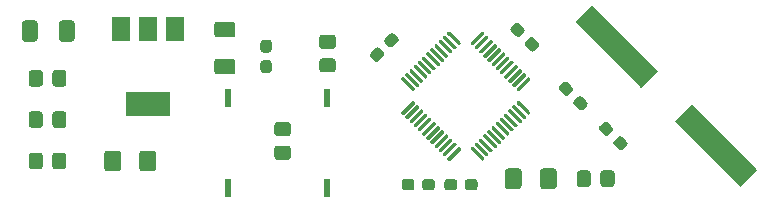
<source format=gtp>
G04 #@! TF.GenerationSoftware,KiCad,Pcbnew,(5.1.10)-1*
G04 #@! TF.CreationDate,2022-03-27T16:46:42+02:00*
G04 #@! TF.ProjectId,LaserAutoSkipper_RX_schematic,4c617365-7241-4757-946f-536b69707065,1*
G04 #@! TF.SameCoordinates,Original*
G04 #@! TF.FileFunction,Paste,Top*
G04 #@! TF.FilePolarity,Positive*
%FSLAX46Y46*%
G04 Gerber Fmt 4.6, Leading zero omitted, Abs format (unit mm)*
G04 Created by KiCad (PCBNEW (5.1.10)-1) date 2022-03-27 16:46:42*
%MOMM*%
%LPD*%
G01*
G04 APERTURE LIST*
%ADD10C,0.152400*%
%ADD11R,1.500000X2.000000*%
%ADD12R,3.800000X2.000000*%
%ADD13R,0.600000X1.500000*%
G04 APERTURE END LIST*
G36*
G01*
X102475736Y-72525484D02*
X101538820Y-73462400D01*
G75*
G02*
X101432754Y-73462400I-53033J53033D01*
G01*
X101326688Y-73356334D01*
G75*
G02*
X101326688Y-73250268I53033J53033D01*
G01*
X102263604Y-72313352D01*
G75*
G02*
X102369670Y-72313352I53033J-53033D01*
G01*
X102475736Y-72419418D01*
G75*
G02*
X102475736Y-72525484I-53033J-53033D01*
G01*
G37*
G36*
G01*
X102122182Y-72171930D02*
X101185266Y-73108846D01*
G75*
G02*
X101079200Y-73108846I-53033J53033D01*
G01*
X100973134Y-73002780D01*
G75*
G02*
X100973134Y-72896714I53033J53033D01*
G01*
X101910050Y-71959798D01*
G75*
G02*
X102016116Y-71959798I53033J-53033D01*
G01*
X102122182Y-72065864D01*
G75*
G02*
X102122182Y-72171930I-53033J-53033D01*
G01*
G37*
G36*
G01*
X101768629Y-71818377D02*
X100831713Y-72755293D01*
G75*
G02*
X100725647Y-72755293I-53033J53033D01*
G01*
X100619581Y-72649227D01*
G75*
G02*
X100619581Y-72543161I53033J53033D01*
G01*
X101556497Y-71606245D01*
G75*
G02*
X101662563Y-71606245I53033J-53033D01*
G01*
X101768629Y-71712311D01*
G75*
G02*
X101768629Y-71818377I-53033J-53033D01*
G01*
G37*
G36*
G01*
X101415075Y-71464823D02*
X100478159Y-72401739D01*
G75*
G02*
X100372093Y-72401739I-53033J53033D01*
G01*
X100266027Y-72295673D01*
G75*
G02*
X100266027Y-72189607I53033J53033D01*
G01*
X101202943Y-71252691D01*
G75*
G02*
X101309009Y-71252691I53033J-53033D01*
G01*
X101415075Y-71358757D01*
G75*
G02*
X101415075Y-71464823I-53033J-53033D01*
G01*
G37*
G36*
G01*
X101061522Y-71111270D02*
X100124606Y-72048186D01*
G75*
G02*
X100018540Y-72048186I-53033J53033D01*
G01*
X99912474Y-71942120D01*
G75*
G02*
X99912474Y-71836054I53033J53033D01*
G01*
X100849390Y-70899138D01*
G75*
G02*
X100955456Y-70899138I53033J-53033D01*
G01*
X101061522Y-71005204D01*
G75*
G02*
X101061522Y-71111270I-53033J-53033D01*
G01*
G37*
G36*
G01*
X100707969Y-70757717D02*
X99771053Y-71694633D01*
G75*
G02*
X99664987Y-71694633I-53033J53033D01*
G01*
X99558921Y-71588567D01*
G75*
G02*
X99558921Y-71482501I53033J53033D01*
G01*
X100495837Y-70545585D01*
G75*
G02*
X100601903Y-70545585I53033J-53033D01*
G01*
X100707969Y-70651651D01*
G75*
G02*
X100707969Y-70757717I-53033J-53033D01*
G01*
G37*
G36*
G01*
X100354415Y-70404163D02*
X99417499Y-71341079D01*
G75*
G02*
X99311433Y-71341079I-53033J53033D01*
G01*
X99205367Y-71235013D01*
G75*
G02*
X99205367Y-71128947I53033J53033D01*
G01*
X100142283Y-70192031D01*
G75*
G02*
X100248349Y-70192031I53033J-53033D01*
G01*
X100354415Y-70298097D01*
G75*
G02*
X100354415Y-70404163I-53033J-53033D01*
G01*
G37*
G36*
G01*
X100000862Y-70050610D02*
X99063946Y-70987526D01*
G75*
G02*
X98957880Y-70987526I-53033J53033D01*
G01*
X98851814Y-70881460D01*
G75*
G02*
X98851814Y-70775394I53033J53033D01*
G01*
X99788730Y-69838478D01*
G75*
G02*
X99894796Y-69838478I53033J-53033D01*
G01*
X100000862Y-69944544D01*
G75*
G02*
X100000862Y-70050610I-53033J-53033D01*
G01*
G37*
G36*
G01*
X99647309Y-69697057D02*
X98710393Y-70633973D01*
G75*
G02*
X98604327Y-70633973I-53033J53033D01*
G01*
X98498261Y-70527907D01*
G75*
G02*
X98498261Y-70421841I53033J53033D01*
G01*
X99435177Y-69484925D01*
G75*
G02*
X99541243Y-69484925I53033J-53033D01*
G01*
X99647309Y-69590991D01*
G75*
G02*
X99647309Y-69697057I-53033J-53033D01*
G01*
G37*
G36*
G01*
X99293755Y-69343503D02*
X98356839Y-70280419D01*
G75*
G02*
X98250773Y-70280419I-53033J53033D01*
G01*
X98144707Y-70174353D01*
G75*
G02*
X98144707Y-70068287I53033J53033D01*
G01*
X99081623Y-69131371D01*
G75*
G02*
X99187689Y-69131371I53033J-53033D01*
G01*
X99293755Y-69237437D01*
G75*
G02*
X99293755Y-69343503I-53033J-53033D01*
G01*
G37*
G36*
G01*
X98940202Y-68989950D02*
X98003286Y-69926866D01*
G75*
G02*
X97897220Y-69926866I-53033J53033D01*
G01*
X97791154Y-69820800D01*
G75*
G02*
X97791154Y-69714734I53033J53033D01*
G01*
X98728070Y-68777818D01*
G75*
G02*
X98834136Y-68777818I53033J-53033D01*
G01*
X98940202Y-68883884D01*
G75*
G02*
X98940202Y-68989950I-53033J-53033D01*
G01*
G37*
G36*
G01*
X98586648Y-68636396D02*
X97649732Y-69573312D01*
G75*
G02*
X97543666Y-69573312I-53033J53033D01*
G01*
X97437600Y-69467246D01*
G75*
G02*
X97437600Y-69361180I53033J53033D01*
G01*
X98374516Y-68424264D01*
G75*
G02*
X98480582Y-68424264I53033J-53033D01*
G01*
X98586648Y-68530330D01*
G75*
G02*
X98586648Y-68636396I-53033J-53033D01*
G01*
G37*
G36*
G01*
X98586648Y-67469670D02*
X98480582Y-67575736D01*
G75*
G02*
X98374516Y-67575736I-53033J53033D01*
G01*
X97437600Y-66638820D01*
G75*
G02*
X97437600Y-66532754I53033J53033D01*
G01*
X97543666Y-66426688D01*
G75*
G02*
X97649732Y-66426688I53033J-53033D01*
G01*
X98586648Y-67363604D01*
G75*
G02*
X98586648Y-67469670I-53033J-53033D01*
G01*
G37*
G36*
G01*
X98940202Y-67116116D02*
X98834136Y-67222182D01*
G75*
G02*
X98728070Y-67222182I-53033J53033D01*
G01*
X97791154Y-66285266D01*
G75*
G02*
X97791154Y-66179200I53033J53033D01*
G01*
X97897220Y-66073134D01*
G75*
G02*
X98003286Y-66073134I53033J-53033D01*
G01*
X98940202Y-67010050D01*
G75*
G02*
X98940202Y-67116116I-53033J-53033D01*
G01*
G37*
G36*
G01*
X99293755Y-66762563D02*
X99187689Y-66868629D01*
G75*
G02*
X99081623Y-66868629I-53033J53033D01*
G01*
X98144707Y-65931713D01*
G75*
G02*
X98144707Y-65825647I53033J53033D01*
G01*
X98250773Y-65719581D01*
G75*
G02*
X98356839Y-65719581I53033J-53033D01*
G01*
X99293755Y-66656497D01*
G75*
G02*
X99293755Y-66762563I-53033J-53033D01*
G01*
G37*
G36*
G01*
X99647309Y-66409009D02*
X99541243Y-66515075D01*
G75*
G02*
X99435177Y-66515075I-53033J53033D01*
G01*
X98498261Y-65578159D01*
G75*
G02*
X98498261Y-65472093I53033J53033D01*
G01*
X98604327Y-65366027D01*
G75*
G02*
X98710393Y-65366027I53033J-53033D01*
G01*
X99647309Y-66302943D01*
G75*
G02*
X99647309Y-66409009I-53033J-53033D01*
G01*
G37*
G36*
G01*
X100000862Y-66055456D02*
X99894796Y-66161522D01*
G75*
G02*
X99788730Y-66161522I-53033J53033D01*
G01*
X98851814Y-65224606D01*
G75*
G02*
X98851814Y-65118540I53033J53033D01*
G01*
X98957880Y-65012474D01*
G75*
G02*
X99063946Y-65012474I53033J-53033D01*
G01*
X100000862Y-65949390D01*
G75*
G02*
X100000862Y-66055456I-53033J-53033D01*
G01*
G37*
G36*
G01*
X100354415Y-65701903D02*
X100248349Y-65807969D01*
G75*
G02*
X100142283Y-65807969I-53033J53033D01*
G01*
X99205367Y-64871053D01*
G75*
G02*
X99205367Y-64764987I53033J53033D01*
G01*
X99311433Y-64658921D01*
G75*
G02*
X99417499Y-64658921I53033J-53033D01*
G01*
X100354415Y-65595837D01*
G75*
G02*
X100354415Y-65701903I-53033J-53033D01*
G01*
G37*
G36*
G01*
X100707969Y-65348349D02*
X100601903Y-65454415D01*
G75*
G02*
X100495837Y-65454415I-53033J53033D01*
G01*
X99558921Y-64517499D01*
G75*
G02*
X99558921Y-64411433I53033J53033D01*
G01*
X99664987Y-64305367D01*
G75*
G02*
X99771053Y-64305367I53033J-53033D01*
G01*
X100707969Y-65242283D01*
G75*
G02*
X100707969Y-65348349I-53033J-53033D01*
G01*
G37*
G36*
G01*
X101061522Y-64994796D02*
X100955456Y-65100862D01*
G75*
G02*
X100849390Y-65100862I-53033J53033D01*
G01*
X99912474Y-64163946D01*
G75*
G02*
X99912474Y-64057880I53033J53033D01*
G01*
X100018540Y-63951814D01*
G75*
G02*
X100124606Y-63951814I53033J-53033D01*
G01*
X101061522Y-64888730D01*
G75*
G02*
X101061522Y-64994796I-53033J-53033D01*
G01*
G37*
G36*
G01*
X101415075Y-64641243D02*
X101309009Y-64747309D01*
G75*
G02*
X101202943Y-64747309I-53033J53033D01*
G01*
X100266027Y-63810393D01*
G75*
G02*
X100266027Y-63704327I53033J53033D01*
G01*
X100372093Y-63598261D01*
G75*
G02*
X100478159Y-63598261I53033J-53033D01*
G01*
X101415075Y-64535177D01*
G75*
G02*
X101415075Y-64641243I-53033J-53033D01*
G01*
G37*
G36*
G01*
X101768629Y-64287689D02*
X101662563Y-64393755D01*
G75*
G02*
X101556497Y-64393755I-53033J53033D01*
G01*
X100619581Y-63456839D01*
G75*
G02*
X100619581Y-63350773I53033J53033D01*
G01*
X100725647Y-63244707D01*
G75*
G02*
X100831713Y-63244707I53033J-53033D01*
G01*
X101768629Y-64181623D01*
G75*
G02*
X101768629Y-64287689I-53033J-53033D01*
G01*
G37*
G36*
G01*
X102122182Y-63934136D02*
X102016116Y-64040202D01*
G75*
G02*
X101910050Y-64040202I-53033J53033D01*
G01*
X100973134Y-63103286D01*
G75*
G02*
X100973134Y-62997220I53033J53033D01*
G01*
X101079200Y-62891154D01*
G75*
G02*
X101185266Y-62891154I53033J-53033D01*
G01*
X102122182Y-63828070D01*
G75*
G02*
X102122182Y-63934136I-53033J-53033D01*
G01*
G37*
G36*
G01*
X102475736Y-63580582D02*
X102369670Y-63686648D01*
G75*
G02*
X102263604Y-63686648I-53033J53033D01*
G01*
X101326688Y-62749732D01*
G75*
G02*
X101326688Y-62643666I53033J53033D01*
G01*
X101432754Y-62537600D01*
G75*
G02*
X101538820Y-62537600I53033J-53033D01*
G01*
X102475736Y-63474516D01*
G75*
G02*
X102475736Y-63580582I-53033J-53033D01*
G01*
G37*
G36*
G01*
X104473312Y-62749732D02*
X103536396Y-63686648D01*
G75*
G02*
X103430330Y-63686648I-53033J53033D01*
G01*
X103324264Y-63580582D01*
G75*
G02*
X103324264Y-63474516I53033J53033D01*
G01*
X104261180Y-62537600D01*
G75*
G02*
X104367246Y-62537600I53033J-53033D01*
G01*
X104473312Y-62643666D01*
G75*
G02*
X104473312Y-62749732I-53033J-53033D01*
G01*
G37*
G36*
G01*
X104826866Y-63103286D02*
X103889950Y-64040202D01*
G75*
G02*
X103783884Y-64040202I-53033J53033D01*
G01*
X103677818Y-63934136D01*
G75*
G02*
X103677818Y-63828070I53033J53033D01*
G01*
X104614734Y-62891154D01*
G75*
G02*
X104720800Y-62891154I53033J-53033D01*
G01*
X104826866Y-62997220D01*
G75*
G02*
X104826866Y-63103286I-53033J-53033D01*
G01*
G37*
G36*
G01*
X105180419Y-63456839D02*
X104243503Y-64393755D01*
G75*
G02*
X104137437Y-64393755I-53033J53033D01*
G01*
X104031371Y-64287689D01*
G75*
G02*
X104031371Y-64181623I53033J53033D01*
G01*
X104968287Y-63244707D01*
G75*
G02*
X105074353Y-63244707I53033J-53033D01*
G01*
X105180419Y-63350773D01*
G75*
G02*
X105180419Y-63456839I-53033J-53033D01*
G01*
G37*
G36*
G01*
X105533973Y-63810393D02*
X104597057Y-64747309D01*
G75*
G02*
X104490991Y-64747309I-53033J53033D01*
G01*
X104384925Y-64641243D01*
G75*
G02*
X104384925Y-64535177I53033J53033D01*
G01*
X105321841Y-63598261D01*
G75*
G02*
X105427907Y-63598261I53033J-53033D01*
G01*
X105533973Y-63704327D01*
G75*
G02*
X105533973Y-63810393I-53033J-53033D01*
G01*
G37*
G36*
G01*
X105887526Y-64163946D02*
X104950610Y-65100862D01*
G75*
G02*
X104844544Y-65100862I-53033J53033D01*
G01*
X104738478Y-64994796D01*
G75*
G02*
X104738478Y-64888730I53033J53033D01*
G01*
X105675394Y-63951814D01*
G75*
G02*
X105781460Y-63951814I53033J-53033D01*
G01*
X105887526Y-64057880D01*
G75*
G02*
X105887526Y-64163946I-53033J-53033D01*
G01*
G37*
G36*
G01*
X106241079Y-64517499D02*
X105304163Y-65454415D01*
G75*
G02*
X105198097Y-65454415I-53033J53033D01*
G01*
X105092031Y-65348349D01*
G75*
G02*
X105092031Y-65242283I53033J53033D01*
G01*
X106028947Y-64305367D01*
G75*
G02*
X106135013Y-64305367I53033J-53033D01*
G01*
X106241079Y-64411433D01*
G75*
G02*
X106241079Y-64517499I-53033J-53033D01*
G01*
G37*
G36*
G01*
X106594633Y-64871053D02*
X105657717Y-65807969D01*
G75*
G02*
X105551651Y-65807969I-53033J53033D01*
G01*
X105445585Y-65701903D01*
G75*
G02*
X105445585Y-65595837I53033J53033D01*
G01*
X106382501Y-64658921D01*
G75*
G02*
X106488567Y-64658921I53033J-53033D01*
G01*
X106594633Y-64764987D01*
G75*
G02*
X106594633Y-64871053I-53033J-53033D01*
G01*
G37*
G36*
G01*
X106948186Y-65224606D02*
X106011270Y-66161522D01*
G75*
G02*
X105905204Y-66161522I-53033J53033D01*
G01*
X105799138Y-66055456D01*
G75*
G02*
X105799138Y-65949390I53033J53033D01*
G01*
X106736054Y-65012474D01*
G75*
G02*
X106842120Y-65012474I53033J-53033D01*
G01*
X106948186Y-65118540D01*
G75*
G02*
X106948186Y-65224606I-53033J-53033D01*
G01*
G37*
G36*
G01*
X107301739Y-65578159D02*
X106364823Y-66515075D01*
G75*
G02*
X106258757Y-66515075I-53033J53033D01*
G01*
X106152691Y-66409009D01*
G75*
G02*
X106152691Y-66302943I53033J53033D01*
G01*
X107089607Y-65366027D01*
G75*
G02*
X107195673Y-65366027I53033J-53033D01*
G01*
X107301739Y-65472093D01*
G75*
G02*
X107301739Y-65578159I-53033J-53033D01*
G01*
G37*
G36*
G01*
X107655293Y-65931713D02*
X106718377Y-66868629D01*
G75*
G02*
X106612311Y-66868629I-53033J53033D01*
G01*
X106506245Y-66762563D01*
G75*
G02*
X106506245Y-66656497I53033J53033D01*
G01*
X107443161Y-65719581D01*
G75*
G02*
X107549227Y-65719581I53033J-53033D01*
G01*
X107655293Y-65825647D01*
G75*
G02*
X107655293Y-65931713I-53033J-53033D01*
G01*
G37*
G36*
G01*
X108008846Y-66285266D02*
X107071930Y-67222182D01*
G75*
G02*
X106965864Y-67222182I-53033J53033D01*
G01*
X106859798Y-67116116D01*
G75*
G02*
X106859798Y-67010050I53033J53033D01*
G01*
X107796714Y-66073134D01*
G75*
G02*
X107902780Y-66073134I53033J-53033D01*
G01*
X108008846Y-66179200D01*
G75*
G02*
X108008846Y-66285266I-53033J-53033D01*
G01*
G37*
G36*
G01*
X108362400Y-66638820D02*
X107425484Y-67575736D01*
G75*
G02*
X107319418Y-67575736I-53033J53033D01*
G01*
X107213352Y-67469670D01*
G75*
G02*
X107213352Y-67363604I53033J53033D01*
G01*
X108150268Y-66426688D01*
G75*
G02*
X108256334Y-66426688I53033J-53033D01*
G01*
X108362400Y-66532754D01*
G75*
G02*
X108362400Y-66638820I-53033J-53033D01*
G01*
G37*
G36*
G01*
X108362400Y-69467246D02*
X108256334Y-69573312D01*
G75*
G02*
X108150268Y-69573312I-53033J53033D01*
G01*
X107213352Y-68636396D01*
G75*
G02*
X107213352Y-68530330I53033J53033D01*
G01*
X107319418Y-68424264D01*
G75*
G02*
X107425484Y-68424264I53033J-53033D01*
G01*
X108362400Y-69361180D01*
G75*
G02*
X108362400Y-69467246I-53033J-53033D01*
G01*
G37*
G36*
G01*
X108008846Y-69820800D02*
X107902780Y-69926866D01*
G75*
G02*
X107796714Y-69926866I-53033J53033D01*
G01*
X106859798Y-68989950D01*
G75*
G02*
X106859798Y-68883884I53033J53033D01*
G01*
X106965864Y-68777818D01*
G75*
G02*
X107071930Y-68777818I53033J-53033D01*
G01*
X108008846Y-69714734D01*
G75*
G02*
X108008846Y-69820800I-53033J-53033D01*
G01*
G37*
G36*
G01*
X107655293Y-70174353D02*
X107549227Y-70280419D01*
G75*
G02*
X107443161Y-70280419I-53033J53033D01*
G01*
X106506245Y-69343503D01*
G75*
G02*
X106506245Y-69237437I53033J53033D01*
G01*
X106612311Y-69131371D01*
G75*
G02*
X106718377Y-69131371I53033J-53033D01*
G01*
X107655293Y-70068287D01*
G75*
G02*
X107655293Y-70174353I-53033J-53033D01*
G01*
G37*
G36*
G01*
X107301739Y-70527907D02*
X107195673Y-70633973D01*
G75*
G02*
X107089607Y-70633973I-53033J53033D01*
G01*
X106152691Y-69697057D01*
G75*
G02*
X106152691Y-69590991I53033J53033D01*
G01*
X106258757Y-69484925D01*
G75*
G02*
X106364823Y-69484925I53033J-53033D01*
G01*
X107301739Y-70421841D01*
G75*
G02*
X107301739Y-70527907I-53033J-53033D01*
G01*
G37*
G36*
G01*
X106948186Y-70881460D02*
X106842120Y-70987526D01*
G75*
G02*
X106736054Y-70987526I-53033J53033D01*
G01*
X105799138Y-70050610D01*
G75*
G02*
X105799138Y-69944544I53033J53033D01*
G01*
X105905204Y-69838478D01*
G75*
G02*
X106011270Y-69838478I53033J-53033D01*
G01*
X106948186Y-70775394D01*
G75*
G02*
X106948186Y-70881460I-53033J-53033D01*
G01*
G37*
G36*
G01*
X106594633Y-71235013D02*
X106488567Y-71341079D01*
G75*
G02*
X106382501Y-71341079I-53033J53033D01*
G01*
X105445585Y-70404163D01*
G75*
G02*
X105445585Y-70298097I53033J53033D01*
G01*
X105551651Y-70192031D01*
G75*
G02*
X105657717Y-70192031I53033J-53033D01*
G01*
X106594633Y-71128947D01*
G75*
G02*
X106594633Y-71235013I-53033J-53033D01*
G01*
G37*
G36*
G01*
X106241079Y-71588567D02*
X106135013Y-71694633D01*
G75*
G02*
X106028947Y-71694633I-53033J53033D01*
G01*
X105092031Y-70757717D01*
G75*
G02*
X105092031Y-70651651I53033J53033D01*
G01*
X105198097Y-70545585D01*
G75*
G02*
X105304163Y-70545585I53033J-53033D01*
G01*
X106241079Y-71482501D01*
G75*
G02*
X106241079Y-71588567I-53033J-53033D01*
G01*
G37*
G36*
G01*
X105887526Y-71942120D02*
X105781460Y-72048186D01*
G75*
G02*
X105675394Y-72048186I-53033J53033D01*
G01*
X104738478Y-71111270D01*
G75*
G02*
X104738478Y-71005204I53033J53033D01*
G01*
X104844544Y-70899138D01*
G75*
G02*
X104950610Y-70899138I53033J-53033D01*
G01*
X105887526Y-71836054D01*
G75*
G02*
X105887526Y-71942120I-53033J-53033D01*
G01*
G37*
G36*
G01*
X105533973Y-72295673D02*
X105427907Y-72401739D01*
G75*
G02*
X105321841Y-72401739I-53033J53033D01*
G01*
X104384925Y-71464823D01*
G75*
G02*
X104384925Y-71358757I53033J53033D01*
G01*
X104490991Y-71252691D01*
G75*
G02*
X104597057Y-71252691I53033J-53033D01*
G01*
X105533973Y-72189607D01*
G75*
G02*
X105533973Y-72295673I-53033J-53033D01*
G01*
G37*
G36*
G01*
X105180419Y-72649227D02*
X105074353Y-72755293D01*
G75*
G02*
X104968287Y-72755293I-53033J53033D01*
G01*
X104031371Y-71818377D01*
G75*
G02*
X104031371Y-71712311I53033J53033D01*
G01*
X104137437Y-71606245D01*
G75*
G02*
X104243503Y-71606245I53033J-53033D01*
G01*
X105180419Y-72543161D01*
G75*
G02*
X105180419Y-72649227I-53033J-53033D01*
G01*
G37*
G36*
G01*
X104826866Y-73002780D02*
X104720800Y-73108846D01*
G75*
G02*
X104614734Y-73108846I-53033J53033D01*
G01*
X103677818Y-72171930D01*
G75*
G02*
X103677818Y-72065864I53033J53033D01*
G01*
X103783884Y-71959798D01*
G75*
G02*
X103889950Y-71959798I53033J-53033D01*
G01*
X104826866Y-72896714D01*
G75*
G02*
X104826866Y-73002780I-53033J-53033D01*
G01*
G37*
G36*
G01*
X104473312Y-73356334D02*
X104367246Y-73462400D01*
G75*
G02*
X104261180Y-73462400I-53033J53033D01*
G01*
X103324264Y-72525484D01*
G75*
G02*
X103324264Y-72419418I53033J53033D01*
G01*
X103430330Y-72313352D01*
G75*
G02*
X103536396Y-72313352I53033J-53033D01*
G01*
X104473312Y-73250268D01*
G75*
G02*
X104473312Y-73356334I-53033J-53033D01*
G01*
G37*
G36*
G01*
X75275000Y-74125000D02*
X75275000Y-72875000D01*
G75*
G02*
X75525000Y-72625000I250000J0D01*
G01*
X76450000Y-72625000D01*
G75*
G02*
X76700000Y-72875000I0J-250000D01*
G01*
X76700000Y-74125000D01*
G75*
G02*
X76450000Y-74375000I-250000J0D01*
G01*
X75525000Y-74375000D01*
G75*
G02*
X75275000Y-74125000I0J250000D01*
G01*
G37*
G36*
G01*
X72300000Y-74125000D02*
X72300000Y-72875000D01*
G75*
G02*
X72550000Y-72625000I250000J0D01*
G01*
X73475000Y-72625000D01*
G75*
G02*
X73725000Y-72875000I0J-250000D01*
G01*
X73725000Y-74125000D01*
G75*
G02*
X73475000Y-74375000I-250000J0D01*
G01*
X72550000Y-74375000D01*
G75*
G02*
X72300000Y-74125000I0J250000D01*
G01*
G37*
G36*
G01*
X107637500Y-74375000D02*
X107637500Y-75625000D01*
G75*
G02*
X107387500Y-75875000I-250000J0D01*
G01*
X106462500Y-75875000D01*
G75*
G02*
X106212500Y-75625000I0J250000D01*
G01*
X106212500Y-74375000D01*
G75*
G02*
X106462500Y-74125000I250000J0D01*
G01*
X107387500Y-74125000D01*
G75*
G02*
X107637500Y-74375000I0J-250000D01*
G01*
G37*
G36*
G01*
X110612500Y-74375000D02*
X110612500Y-75625000D01*
G75*
G02*
X110362500Y-75875000I-250000J0D01*
G01*
X109437500Y-75875000D01*
G75*
G02*
X109187500Y-75625000I0J250000D01*
G01*
X109187500Y-74375000D01*
G75*
G02*
X109437500Y-74125000I250000J0D01*
G01*
X110362500Y-74125000D01*
G75*
G02*
X110612500Y-74375000I0J-250000D01*
G01*
G37*
G36*
G01*
X67100000Y-73049999D02*
X67100000Y-73950001D01*
G75*
G02*
X66850001Y-74200000I-249999J0D01*
G01*
X66149999Y-74200000D01*
G75*
G02*
X65900000Y-73950001I0J249999D01*
G01*
X65900000Y-73049999D01*
G75*
G02*
X66149999Y-72800000I249999J0D01*
G01*
X66850001Y-72800000D01*
G75*
G02*
X67100000Y-73049999I0J-249999D01*
G01*
G37*
G36*
G01*
X69100000Y-73049999D02*
X69100000Y-73950001D01*
G75*
G02*
X68850001Y-74200000I-249999J0D01*
G01*
X68149999Y-74200000D01*
G75*
G02*
X67900000Y-73950001I0J249999D01*
G01*
X67900000Y-73049999D01*
G75*
G02*
X68149999Y-72800000I249999J0D01*
G01*
X68850001Y-72800000D01*
G75*
G02*
X69100000Y-73049999I0J-249999D01*
G01*
G37*
D10*
G36*
X119192893Y-65878679D02*
G01*
X117778679Y-67292893D01*
X112210213Y-61724427D01*
X113624427Y-60310213D01*
X119192893Y-65878679D01*
G37*
G36*
X127589787Y-74275573D02*
G01*
X126175573Y-75689787D01*
X120607107Y-70121321D01*
X122021321Y-68707107D01*
X127589787Y-74275573D01*
G37*
D11*
X78300000Y-62350000D03*
X73700000Y-62350000D03*
X76000000Y-62350000D03*
D12*
X76000000Y-68650000D03*
D13*
X82750000Y-75825000D03*
X82750000Y-68175000D03*
X91150000Y-75825000D03*
X91150000Y-68175000D03*
G36*
G01*
X90749999Y-64800000D02*
X91650001Y-64800000D01*
G75*
G02*
X91900000Y-65049999I0J-249999D01*
G01*
X91900000Y-65750001D01*
G75*
G02*
X91650001Y-66000000I-249999J0D01*
G01*
X90749999Y-66000000D01*
G75*
G02*
X90500000Y-65750001I0J249999D01*
G01*
X90500000Y-65049999D01*
G75*
G02*
X90749999Y-64800000I249999J0D01*
G01*
G37*
G36*
G01*
X90749999Y-62800000D02*
X91650001Y-62800000D01*
G75*
G02*
X91900000Y-63049999I0J-249999D01*
G01*
X91900000Y-63750001D01*
G75*
G02*
X91650001Y-64000000I-249999J0D01*
G01*
X90749999Y-64000000D01*
G75*
G02*
X90500000Y-63750001I0J249999D01*
G01*
X90500000Y-63049999D01*
G75*
G02*
X90749999Y-62800000I249999J0D01*
G01*
G37*
G36*
G01*
X114300000Y-75450001D02*
X114300000Y-74549999D01*
G75*
G02*
X114549999Y-74300000I249999J0D01*
G01*
X115250001Y-74300000D01*
G75*
G02*
X115500000Y-74549999I0J-249999D01*
G01*
X115500000Y-75450001D01*
G75*
G02*
X115250001Y-75700000I-249999J0D01*
G01*
X114549999Y-75700000D01*
G75*
G02*
X114300000Y-75450001I0J249999D01*
G01*
G37*
G36*
G01*
X112300000Y-75450001D02*
X112300000Y-74549999D01*
G75*
G02*
X112549999Y-74300000I249999J0D01*
G01*
X113250001Y-74300000D01*
G75*
G02*
X113500000Y-74549999I0J-249999D01*
G01*
X113500000Y-75450001D01*
G75*
G02*
X113250001Y-75700000I-249999J0D01*
G01*
X112549999Y-75700000D01*
G75*
G02*
X112300000Y-75450001I0J249999D01*
G01*
G37*
G36*
G01*
X87850001Y-71400000D02*
X86949999Y-71400000D01*
G75*
G02*
X86700000Y-71150001I0J249999D01*
G01*
X86700000Y-70449999D01*
G75*
G02*
X86949999Y-70200000I249999J0D01*
G01*
X87850001Y-70200000D01*
G75*
G02*
X88100000Y-70449999I0J-249999D01*
G01*
X88100000Y-71150001D01*
G75*
G02*
X87850001Y-71400000I-249999J0D01*
G01*
G37*
G36*
G01*
X87850001Y-73400000D02*
X86949999Y-73400000D01*
G75*
G02*
X86700000Y-73150001I0J249999D01*
G01*
X86700000Y-72449999D01*
G75*
G02*
X86949999Y-72200000I249999J0D01*
G01*
X87850001Y-72200000D01*
G75*
G02*
X88100000Y-72449999I0J-249999D01*
G01*
X88100000Y-73150001D01*
G75*
G02*
X87850001Y-73400000I-249999J0D01*
G01*
G37*
G36*
G01*
X67100000Y-66049999D02*
X67100000Y-66950001D01*
G75*
G02*
X66850001Y-67200000I-249999J0D01*
G01*
X66149999Y-67200000D01*
G75*
G02*
X65900000Y-66950001I0J249999D01*
G01*
X65900000Y-66049999D01*
G75*
G02*
X66149999Y-65800000I249999J0D01*
G01*
X66850001Y-65800000D01*
G75*
G02*
X67100000Y-66049999I0J-249999D01*
G01*
G37*
G36*
G01*
X69100000Y-66049999D02*
X69100000Y-66950001D01*
G75*
G02*
X68850001Y-67200000I-249999J0D01*
G01*
X68149999Y-67200000D01*
G75*
G02*
X67900000Y-66950001I0J249999D01*
G01*
X67900000Y-66049999D01*
G75*
G02*
X68149999Y-65800000I249999J0D01*
G01*
X68850001Y-65800000D01*
G75*
G02*
X69100000Y-66049999I0J-249999D01*
G01*
G37*
G36*
G01*
X67100000Y-69549999D02*
X67100000Y-70450001D01*
G75*
G02*
X66850001Y-70700000I-249999J0D01*
G01*
X66149999Y-70700000D01*
G75*
G02*
X65900000Y-70450001I0J249999D01*
G01*
X65900000Y-69549999D01*
G75*
G02*
X66149999Y-69300000I249999J0D01*
G01*
X66850001Y-69300000D01*
G75*
G02*
X67100000Y-69549999I0J-249999D01*
G01*
G37*
G36*
G01*
X69100000Y-69549999D02*
X69100000Y-70450001D01*
G75*
G02*
X68850001Y-70700000I-249999J0D01*
G01*
X68149999Y-70700000D01*
G75*
G02*
X67900000Y-70450001I0J249999D01*
G01*
X67900000Y-69549999D01*
G75*
G02*
X68149999Y-69300000I249999J0D01*
G01*
X68850001Y-69300000D01*
G75*
G02*
X69100000Y-69549999I0J-249999D01*
G01*
G37*
G36*
G01*
X111938128Y-67602252D02*
X111602252Y-67938128D01*
G75*
G02*
X111266376Y-67938128I-167938J167938D01*
G01*
X110842112Y-67513864D01*
G75*
G02*
X110842112Y-67177988I167938J167938D01*
G01*
X111177988Y-66842112D01*
G75*
G02*
X111513864Y-66842112I167938J-167938D01*
G01*
X111938128Y-67266376D01*
G75*
G02*
X111938128Y-67602252I-167938J-167938D01*
G01*
G37*
G36*
G01*
X113157888Y-68822012D02*
X112822012Y-69157888D01*
G75*
G02*
X112486136Y-69157888I-167938J167938D01*
G01*
X112061872Y-68733624D01*
G75*
G02*
X112061872Y-68397748I167938J167938D01*
G01*
X112397748Y-68061872D01*
G75*
G02*
X112733624Y-68061872I167938J-167938D01*
G01*
X113157888Y-68486136D01*
G75*
G02*
X113157888Y-68822012I-167938J-167938D01*
G01*
G37*
G36*
G01*
X115451992Y-71787868D02*
X115787868Y-71451992D01*
G75*
G02*
X116123744Y-71451992I167938J-167938D01*
G01*
X116548008Y-71876256D01*
G75*
G02*
X116548008Y-72212132I-167938J-167938D01*
G01*
X116212132Y-72548008D01*
G75*
G02*
X115876256Y-72548008I-167938J167938D01*
G01*
X115451992Y-72123744D01*
G75*
G02*
X115451992Y-71787868I167938J167938D01*
G01*
G37*
G36*
G01*
X114232232Y-70568108D02*
X114568108Y-70232232D01*
G75*
G02*
X114903984Y-70232232I167938J-167938D01*
G01*
X115328248Y-70656496D01*
G75*
G02*
X115328248Y-70992372I-167938J-167938D01*
G01*
X114992372Y-71328248D01*
G75*
G02*
X114656496Y-71328248I-167938J167938D01*
G01*
X114232232Y-70903984D01*
G75*
G02*
X114232232Y-70568108I167938J167938D01*
G01*
G37*
G36*
G01*
X102175000Y-75262500D02*
X102175000Y-75737500D01*
G75*
G02*
X101937500Y-75975000I-237500J0D01*
G01*
X101337500Y-75975000D01*
G75*
G02*
X101100000Y-75737500I0J237500D01*
G01*
X101100000Y-75262500D01*
G75*
G02*
X101337500Y-75025000I237500J0D01*
G01*
X101937500Y-75025000D01*
G75*
G02*
X102175000Y-75262500I0J-237500D01*
G01*
G37*
G36*
G01*
X103900000Y-75262500D02*
X103900000Y-75737500D01*
G75*
G02*
X103662500Y-75975000I-237500J0D01*
G01*
X103062500Y-75975000D01*
G75*
G02*
X102825000Y-75737500I0J237500D01*
G01*
X102825000Y-75262500D01*
G75*
G02*
X103062500Y-75025000I237500J0D01*
G01*
X103662500Y-75025000D01*
G75*
G02*
X103900000Y-75262500I0J-237500D01*
G01*
G37*
G36*
G01*
X107961872Y-63397748D02*
X108297748Y-63061872D01*
G75*
G02*
X108633624Y-63061872I167938J-167938D01*
G01*
X109057888Y-63486136D01*
G75*
G02*
X109057888Y-63822012I-167938J-167938D01*
G01*
X108722012Y-64157888D01*
G75*
G02*
X108386136Y-64157888I-167938J167938D01*
G01*
X107961872Y-63733624D01*
G75*
G02*
X107961872Y-63397748I167938J167938D01*
G01*
G37*
G36*
G01*
X106742112Y-62177988D02*
X107077988Y-61842112D01*
G75*
G02*
X107413864Y-61842112I167938J-167938D01*
G01*
X107838128Y-62266376D01*
G75*
G02*
X107838128Y-62602252I-167938J-167938D01*
G01*
X107502252Y-62938128D01*
G75*
G02*
X107166376Y-62938128I-167938J167938D01*
G01*
X106742112Y-62513864D01*
G75*
G02*
X106742112Y-62177988I167938J167938D01*
G01*
G37*
G36*
G01*
X98562499Y-75262500D02*
X98562499Y-75737500D01*
G75*
G02*
X98324999Y-75975000I-237500J0D01*
G01*
X97724999Y-75975000D01*
G75*
G02*
X97487499Y-75737500I0J237500D01*
G01*
X97487499Y-75262500D01*
G75*
G02*
X97724999Y-75025000I237500J0D01*
G01*
X98324999Y-75025000D01*
G75*
G02*
X98562499Y-75262500I0J-237500D01*
G01*
G37*
G36*
G01*
X100287499Y-75262500D02*
X100287499Y-75737500D01*
G75*
G02*
X100049999Y-75975000I-237500J0D01*
G01*
X99449999Y-75975000D01*
G75*
G02*
X99212499Y-75737500I0J237500D01*
G01*
X99212499Y-75262500D01*
G75*
G02*
X99449999Y-75025000I237500J0D01*
G01*
X100049999Y-75025000D01*
G75*
G02*
X100287499Y-75262500I0J-237500D01*
G01*
G37*
G36*
G01*
X96407628Y-63828248D02*
X96071752Y-63492372D01*
G75*
G02*
X96071752Y-63156496I167938J167938D01*
G01*
X96496016Y-62732232D01*
G75*
G02*
X96831892Y-62732232I167938J-167938D01*
G01*
X97167768Y-63068108D01*
G75*
G02*
X97167768Y-63403984I-167938J-167938D01*
G01*
X96743504Y-63828248D01*
G75*
G02*
X96407628Y-63828248I-167938J167938D01*
G01*
G37*
G36*
G01*
X95187868Y-65048008D02*
X94851992Y-64712132D01*
G75*
G02*
X94851992Y-64376256I167938J167938D01*
G01*
X95276256Y-63951992D01*
G75*
G02*
X95612132Y-63951992I167938J-167938D01*
G01*
X95948008Y-64287868D01*
G75*
G02*
X95948008Y-64623744I-167938J-167938D01*
G01*
X95523744Y-65048008D01*
G75*
G02*
X95187868Y-65048008I-167938J167938D01*
G01*
G37*
G36*
G01*
X86237500Y-64312500D02*
X85762500Y-64312500D01*
G75*
G02*
X85525000Y-64075000I0J237500D01*
G01*
X85525000Y-63475000D01*
G75*
G02*
X85762500Y-63237500I237500J0D01*
G01*
X86237500Y-63237500D01*
G75*
G02*
X86475000Y-63475000I0J-237500D01*
G01*
X86475000Y-64075000D01*
G75*
G02*
X86237500Y-64312500I-237500J0D01*
G01*
G37*
G36*
G01*
X86237500Y-66037500D02*
X85762500Y-66037500D01*
G75*
G02*
X85525000Y-65800000I0J237500D01*
G01*
X85525000Y-65200000D01*
G75*
G02*
X85762500Y-64962500I237500J0D01*
G01*
X86237500Y-64962500D01*
G75*
G02*
X86475000Y-65200000I0J-237500D01*
G01*
X86475000Y-65800000D01*
G75*
G02*
X86237500Y-66037500I-237500J0D01*
G01*
G37*
G36*
G01*
X83150002Y-63037500D02*
X81849998Y-63037500D01*
G75*
G02*
X81600000Y-62787502I0J249998D01*
G01*
X81600000Y-61962498D01*
G75*
G02*
X81849998Y-61712500I249998J0D01*
G01*
X83150002Y-61712500D01*
G75*
G02*
X83400000Y-61962498I0J-249998D01*
G01*
X83400000Y-62787502D01*
G75*
G02*
X83150002Y-63037500I-249998J0D01*
G01*
G37*
G36*
G01*
X83150002Y-66162500D02*
X81849998Y-66162500D01*
G75*
G02*
X81600000Y-65912502I0J249998D01*
G01*
X81600000Y-65087498D01*
G75*
G02*
X81849998Y-64837500I249998J0D01*
G01*
X83150002Y-64837500D01*
G75*
G02*
X83400000Y-65087498I0J-249998D01*
G01*
X83400000Y-65912502D01*
G75*
G02*
X83150002Y-66162500I-249998J0D01*
G01*
G37*
G36*
G01*
X68462500Y-63150002D02*
X68462500Y-61849998D01*
G75*
G02*
X68712498Y-61600000I249998J0D01*
G01*
X69537502Y-61600000D01*
G75*
G02*
X69787500Y-61849998I0J-249998D01*
G01*
X69787500Y-63150002D01*
G75*
G02*
X69537502Y-63400000I-249998J0D01*
G01*
X68712498Y-63400000D01*
G75*
G02*
X68462500Y-63150002I0J249998D01*
G01*
G37*
G36*
G01*
X65337500Y-63150002D02*
X65337500Y-61849998D01*
G75*
G02*
X65587498Y-61600000I249998J0D01*
G01*
X66412502Y-61600000D01*
G75*
G02*
X66662500Y-61849998I0J-249998D01*
G01*
X66662500Y-63150002D01*
G75*
G02*
X66412502Y-63400000I-249998J0D01*
G01*
X65587498Y-63400000D01*
G75*
G02*
X65337500Y-63150002I0J249998D01*
G01*
G37*
M02*

</source>
